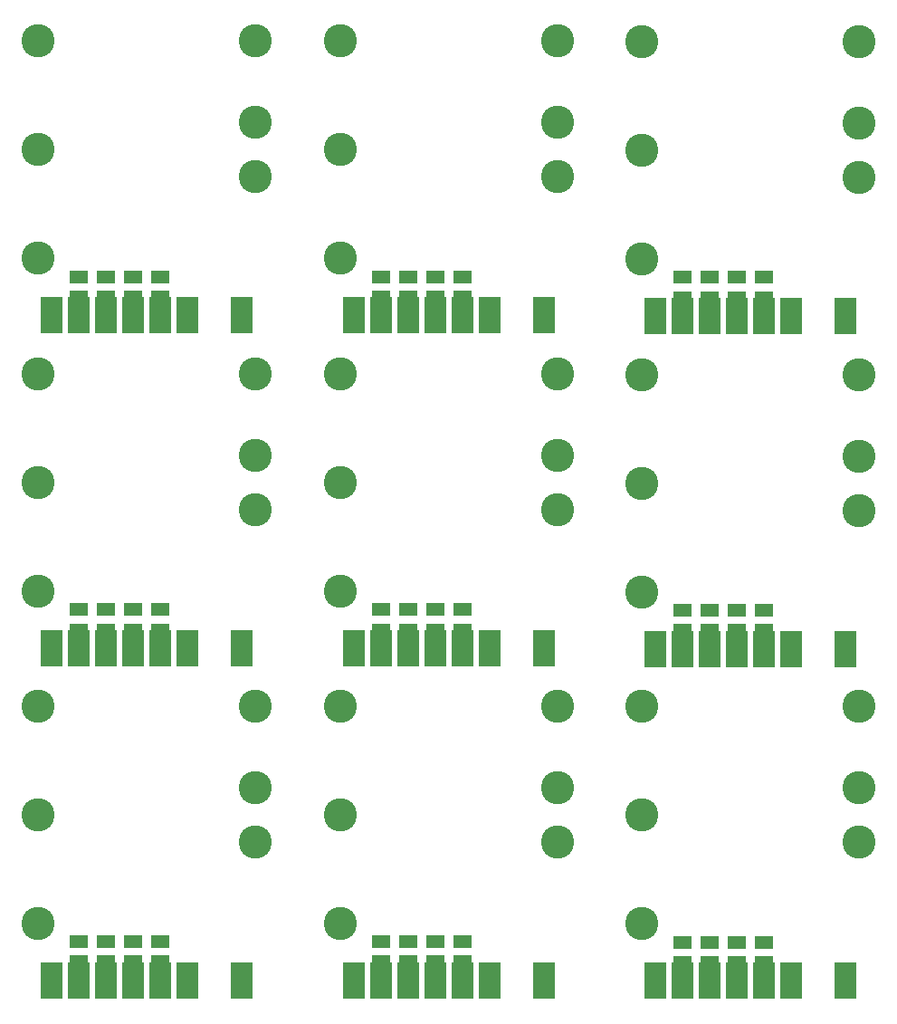
<source format=gts>
G04 #@! TF.FileFunction,Soldermask,Top*
%FSLAX46Y46*%
G04 Gerber Fmt 4.6, Leading zero omitted, Abs format (unit mm)*
G04 Created by KiCad (PCBNEW 4.0.5+dfsg1-4) date Sun Oct 21 20:25:12 2018*
%MOMM*%
%LPD*%
G01*
G04 APERTURE LIST*
%ADD10C,0.150000*%
%ADD11R,1.808000X1.208000*%
%ADD12R,2.032000X3.508000*%
%ADD13C,3.108000*%
G04 APERTURE END LIST*
D10*
D11*
X150812500Y-114424500D03*
X150812500Y-112524500D03*
X148272500Y-114424500D03*
X148272500Y-112524500D03*
X145732500Y-114424500D03*
X145732500Y-112524500D03*
X143192500Y-114424500D03*
X143192500Y-112524500D03*
X94297500Y-114361000D03*
X94297500Y-112461000D03*
X91757500Y-114361000D03*
X91757500Y-112461000D03*
X89217500Y-114361000D03*
X89217500Y-112461000D03*
X86677500Y-114361000D03*
X86677500Y-112461000D03*
X114998500Y-114361000D03*
X114998500Y-112461000D03*
X117538500Y-114361000D03*
X117538500Y-112461000D03*
X120078500Y-114361000D03*
X120078500Y-112461000D03*
X122618500Y-114361000D03*
X122618500Y-112461000D03*
X122618500Y-83309500D03*
X122618500Y-81409500D03*
X120078500Y-83309500D03*
X120078500Y-81409500D03*
X117538500Y-83309500D03*
X117538500Y-81409500D03*
X114998500Y-83309500D03*
X114998500Y-81409500D03*
X86677500Y-83309500D03*
X86677500Y-81409500D03*
X89217500Y-83309500D03*
X89217500Y-81409500D03*
X91757500Y-83309500D03*
X91757500Y-81409500D03*
X94297500Y-83309500D03*
X94297500Y-81409500D03*
X143192500Y-83373000D03*
X143192500Y-81473000D03*
X145732500Y-83373000D03*
X145732500Y-81473000D03*
X148272500Y-83373000D03*
X148272500Y-81473000D03*
X150812500Y-83373000D03*
X150812500Y-81473000D03*
X150812500Y-52258000D03*
X150812500Y-50358000D03*
X148272500Y-52258000D03*
X148272500Y-50358000D03*
X145732500Y-52258000D03*
X145732500Y-50358000D03*
X143192500Y-52258000D03*
X143192500Y-50358000D03*
X94297500Y-52194500D03*
X94297500Y-50294500D03*
X91757500Y-52194500D03*
X91757500Y-50294500D03*
X89217500Y-52194500D03*
X89217500Y-50294500D03*
X86677500Y-52194500D03*
X86677500Y-50294500D03*
X114998500Y-52194500D03*
X114998500Y-50294500D03*
X117538500Y-52194500D03*
X117538500Y-50294500D03*
X120078500Y-52194500D03*
X120078500Y-50294500D03*
X122618500Y-52194500D03*
X122618500Y-50294500D03*
D12*
X84137500Y-53911500D03*
X86677500Y-53911500D03*
X89217500Y-53911500D03*
X91757500Y-53911500D03*
X94297500Y-53911500D03*
X96837500Y-53911500D03*
X101917500Y-53911500D03*
X140652500Y-53975000D03*
X143192500Y-53975000D03*
X145732500Y-53975000D03*
X148272500Y-53975000D03*
X150812500Y-53975000D03*
X153352500Y-53975000D03*
X158432500Y-53975000D03*
X140652500Y-85090000D03*
X143192500Y-85090000D03*
X145732500Y-85090000D03*
X148272500Y-85090000D03*
X150812500Y-85090000D03*
X153352500Y-85090000D03*
X158432500Y-85090000D03*
X112458500Y-85026500D03*
X114998500Y-85026500D03*
X117538500Y-85026500D03*
X120078500Y-85026500D03*
X122618500Y-85026500D03*
X125158500Y-85026500D03*
X130238500Y-85026500D03*
X84137500Y-85026500D03*
X86677500Y-85026500D03*
X89217500Y-85026500D03*
X91757500Y-85026500D03*
X94297500Y-85026500D03*
X96837500Y-85026500D03*
X101917500Y-85026500D03*
X84137500Y-116078000D03*
X86677500Y-116078000D03*
X89217500Y-116078000D03*
X91757500Y-116078000D03*
X94297500Y-116078000D03*
X96837500Y-116078000D03*
X101917500Y-116078000D03*
X112458500Y-116078000D03*
X114998500Y-116078000D03*
X117538500Y-116078000D03*
X120078500Y-116078000D03*
X122618500Y-116078000D03*
X125158500Y-116078000D03*
X130238500Y-116078000D03*
X140652500Y-116141500D03*
X143192500Y-116141500D03*
X145732500Y-116141500D03*
X148272500Y-116141500D03*
X150812500Y-116141500D03*
X153352500Y-116141500D03*
X158432500Y-116141500D03*
X112458500Y-53911500D03*
X114998500Y-53911500D03*
X117538500Y-53911500D03*
X120078500Y-53911500D03*
X122618500Y-53911500D03*
X125158500Y-53911500D03*
X130238500Y-53911500D03*
D13*
X103187500Y-28257500D03*
X103187500Y-35877500D03*
X103187500Y-40957500D03*
X82867500Y-38417500D03*
X82867500Y-28257500D03*
X82867500Y-48577500D03*
X131508500Y-28257500D03*
X131508500Y-35877500D03*
X131508500Y-40957500D03*
X111188500Y-38417500D03*
X111188500Y-28257500D03*
X111188500Y-48577500D03*
X159702500Y-28321000D03*
X159702500Y-35941000D03*
X159702500Y-41021000D03*
X139382500Y-38481000D03*
X139382500Y-28321000D03*
X139382500Y-48641000D03*
X159702500Y-59436000D03*
X159702500Y-67056000D03*
X159702500Y-72136000D03*
X139382500Y-69596000D03*
X139382500Y-59436000D03*
X139382500Y-79756000D03*
X131508500Y-59372500D03*
X131508500Y-66992500D03*
X131508500Y-72072500D03*
X111188500Y-69532500D03*
X111188500Y-59372500D03*
X111188500Y-79692500D03*
X103187500Y-59372500D03*
X103187500Y-66992500D03*
X103187500Y-72072500D03*
X82867500Y-69532500D03*
X82867500Y-59372500D03*
X82867500Y-79692500D03*
X131508500Y-90424000D03*
X131508500Y-98044000D03*
X131508500Y-103124000D03*
X111188500Y-100584000D03*
X111188500Y-90424000D03*
X111188500Y-110744000D03*
X159702500Y-90487500D03*
X159702500Y-98107500D03*
X159702500Y-103187500D03*
X139382500Y-100647500D03*
X139382500Y-90487500D03*
X139382500Y-110807500D03*
X103187500Y-90487500D03*
X103187500Y-98107500D03*
X103187500Y-103187500D03*
X82867500Y-100647500D03*
X82867500Y-90487500D03*
X82867500Y-110807500D03*
M02*

</source>
